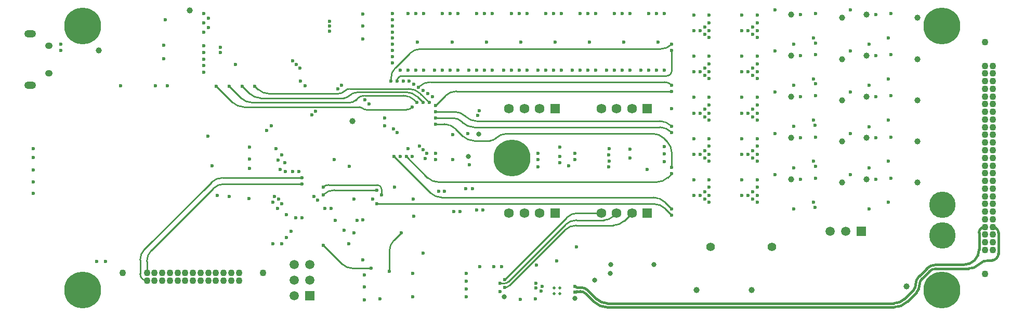
<source format=gbr>
%TF.GenerationSoftware,Altium Limited,Altium Designer,22.4.2 (48)*%
G04 Layer_Physical_Order=5*
G04 Layer_Color=16737945*
%FSLAX45Y45*%
%MOMM*%
%TF.SameCoordinates,1579B7B8-C0FA-446B-BA7A-E71437B095E0*%
%TF.FilePolarity,Positive*%
%TF.FileFunction,Copper,L5,Inr,Signal*%
%TF.Part,Single*%
G01*
G75*
%TA.AperFunction,Conductor*%
%ADD10C,0.25400*%
%ADD14C,0.38100*%
%TA.AperFunction,ComponentPad*%
%ADD74C,1.59000*%
%ADD75R,1.59000X1.59000*%
%ADD76C,1.10000*%
%ADD77C,4.30000*%
%ADD78C,1.50000*%
%ADD79R,1.50000X1.50000*%
%ADD80O,1.25000X1.05000*%
%ADD81O,1.90000X1.20000*%
%ADD82R,1.50000X1.50000*%
%TA.AperFunction,ViaPad*%
%ADD83C,0.60000*%
%ADD84C,0.80000*%
%ADD85C,1.00000*%
%ADD86C,6.00000*%
%ADD87C,0.50000*%
%ADD88C,1.40000*%
D10*
X10065212Y2600001D02*
G03*
X9885607Y2525607I0J-254000D01*
G01*
X10492249Y2485000D02*
G03*
X10650578Y2550582I0J223912D01*
G01*
X10045210Y2485000D02*
G03*
X9865605Y2410605I0J-254000D01*
G01*
X8874648Y1455001D02*
G03*
X8935000Y1480000I0J85351D01*
G01*
X10644788Y2400000D02*
G03*
X10824393Y2474395I0J254000D01*
G01*
X10040211Y2400000D02*
G03*
X9860606Y2325605I0J-254000D01*
G01*
X8880002Y1390002D02*
G03*
X8956822Y1421821I0J108639D01*
G01*
X6105210Y2975000D02*
G03*
X5925605Y2900605I0J-254000D01*
G01*
X7074395Y2158056D02*
G03*
X7000000Y1978450I179605J-179605D01*
G01*
X4310210Y3075000D02*
G03*
X4130605Y3000605I0J-254000D01*
G01*
X3124396Y1994396D02*
G03*
X3050002Y1814791I179605J-179605D01*
G01*
X4280210Y3175000D02*
G03*
X4100605Y3100605I0J-254000D01*
G01*
X3014395Y2014395D02*
G03*
X2940000Y1834790I179605J-179605D01*
G01*
Y1610003D02*
G03*
X3050001Y1500001I110001J0D01*
G01*
X6225605Y1774395D02*
G03*
X6405210Y1700000I179605J179605D01*
G01*
X6600000Y4515000D02*
G03*
X6471967Y4461967I0J-181066D01*
G01*
X6353432Y4400000D02*
G03*
X6450000Y4440000I0J136568D01*
G01*
X4585605Y4474395D02*
G03*
X4765210Y4400000I179605J179605D01*
G01*
X7409395Y4440605D02*
G03*
X7229790Y4515000I-179605J-179605D01*
G01*
X6491924Y4570000D02*
G03*
X6335000Y4505000I0J-221924D01*
G01*
X6262574Y4475000D02*
G03*
X6335000Y4505000I0J102426D01*
G01*
X4720605Y4549395D02*
G03*
X4900210Y4475000I179605J179605D01*
G01*
X4860605Y4619395D02*
G03*
X5040210Y4545000I179605J179605D01*
G01*
X6160000D02*
G03*
X6279497Y4594498I0J168995D01*
G01*
X6352426Y4625000D02*
G03*
X6280000Y4595000I0J-102426D01*
G01*
X7454395Y4495605D02*
G03*
X7274790Y4570000I-179605J-179605D01*
G01*
X7499395Y4550605D02*
G03*
X7319790Y4625000I-179605J-179605D01*
G01*
X7278432Y4285000D02*
G03*
X7375000Y4325000I0J136568D01*
G01*
X6560000Y4310000D02*
G03*
X6620355Y4285000I60355J60355D01*
G01*
X6560000Y4310000D02*
G03*
X6511716Y4330000I-48284J-48284D01*
G01*
X4445605Y4404395D02*
G03*
X4625210Y4330000I179605J179605D01*
G01*
X11584395Y3925605D02*
G03*
X11404790Y4000000I-179605J-179605D01*
G01*
X6875000Y2985000D02*
G03*
X6800000Y3060000I-75000J0D01*
G01*
X6009498D02*
G03*
X5925000Y3025000I0J-119497D01*
G01*
X8915211Y3895000D02*
G03*
X8735605Y3820605I0J-254000D01*
G01*
X11469395D02*
G03*
X11289790Y3895000I-179605J-179605D01*
G01*
X8195605Y4074395D02*
G03*
X8375210Y4000000I179605J179605D01*
G01*
X11354789Y3105000D02*
G03*
X11534395Y3179395I0J254000D01*
G01*
X7670605Y2929395D02*
G03*
X7850211Y2855000I179605J179605D01*
G01*
X7620605Y3179395D02*
G03*
X7800210Y3105000I179605J179605D01*
G01*
X11489395Y2675605D02*
G03*
X11309789Y2750000I-179605J-179605D01*
G01*
X11484395Y2780605D02*
G03*
X11304790Y2855000I-179605J-179605D01*
G01*
X11600000Y3584790D02*
G03*
X11525605Y3764395I-254000J0D01*
G01*
X8638432Y3780000D02*
G03*
X8735000Y3820000I0J136568D01*
G01*
X8195605Y3854395D02*
G03*
X8375210Y3780000I179605J179605D01*
G01*
X8074395Y3975605D02*
G03*
X7894790Y4050000I-179605J-179605D01*
G01*
X8180000Y4090000D02*
G03*
X8035147Y4150000I-144853J-144853D01*
G01*
X8240605Y4174395D02*
G03*
X8420210Y4100000I179605J179605D01*
G01*
X11584395Y4025605D02*
G03*
X11404790Y4100000I-179605J-179605D01*
G01*
X8235000Y4180000D02*
G03*
X8066005Y4250000I-168995J-168995D01*
G01*
X8090210Y4585000D02*
G03*
X7910605Y4510605I0J-254000D01*
G01*
X11600000Y4685000D02*
G03*
X11479289Y4735000I-120710J-120710D01*
G01*
X7665210D02*
G03*
X7485605Y4660605I0J-254000D01*
G01*
X11515000Y4835000D02*
G03*
X11600000Y4920000I0J85000D01*
G01*
X7210000Y4835000D02*
G03*
X7125000Y4750000I0J-85000D01*
G01*
X7099395Y4969395D02*
G03*
X7025000Y4789790I179605J-179605D01*
G01*
X7510210Y5275000D02*
G03*
X7330605Y5200605I0J-254000D01*
G01*
X11419790Y5275000D02*
G03*
X11599395Y5349395I0J254000D01*
G01*
X10824393Y2474395D02*
X10949999Y2600001D01*
X10065212D02*
X10450000D01*
X8880002Y1520002D02*
X9885607Y2525607D01*
X10045210Y2485000D02*
X10492249D01*
X8935000Y1480000D02*
X9865605Y2410605D01*
X8800002Y1455001D02*
X8874648D01*
X10040211Y2400000D02*
X10644788D01*
X8956822Y1421821D02*
X9860606Y2325605D01*
X5925000Y2900000D02*
X5925605Y2900605D01*
X7074395Y2158056D02*
X7195000Y2278661D01*
X4310210Y3075000D02*
X5575000D01*
X3124396Y1994396D02*
X4130605Y3000605D01*
X3050002Y1625000D02*
Y1814791D01*
X3014395Y2014395D02*
X4100605Y3100605D01*
X4280210Y3175000D02*
X5575000D01*
X3050001Y1500000D02*
Y1500001D01*
X2940000Y1610003D02*
Y1834790D01*
X7000000Y1650000D02*
Y1978450D01*
X6405210Y1700000D02*
X6700000D01*
X5922791Y2077209D02*
X6225605Y1774395D01*
X6600000Y4515000D02*
X7229790D01*
X4765210Y4400000D02*
X6353432D01*
X6450000Y4440000D02*
X6471967Y4461967D01*
X4625210Y4330000D02*
X6511716D01*
X7409395Y4440605D02*
X7450000Y4400000D01*
X6491924Y4570000D02*
X7274790D01*
X4900210Y4475000D02*
X6262574D01*
X4600000Y4670000D02*
X4720605Y4549395D01*
X6352426Y4625000D02*
X7319790D01*
X4390000Y4670000D02*
X4585605Y4474395D01*
X4810000Y4670000D02*
X4860605Y4619395D01*
X5040210Y4545000D02*
X6160000D01*
X6279497Y4594498D02*
X6280000Y4595000D01*
X7454395Y4495605D02*
X7550000Y4400000D01*
X7499395Y4550605D02*
X7650000Y4400000D01*
X6620355Y4285000D02*
X7278432D01*
X4180000Y4670000D02*
X4445605Y4404395D01*
X11584395Y3925605D02*
X11595000Y3915000D01*
X6875000Y2900000D02*
Y2985000D01*
X6009498Y3060000D02*
X6800000D01*
X6105210Y2975000D02*
X6800000D01*
X8915211Y3895000D02*
X11289790D01*
X8375210Y4000000D02*
X11404790D01*
X7800210Y3105000D02*
X11354789D01*
X7750000Y4150000D02*
X8035147D01*
X7750000Y4050000D02*
X7894790D01*
X7750000Y4250000D02*
X8066005D01*
X7075000Y3525000D02*
X7670605Y2929395D01*
X7275000Y3525000D02*
X7620605Y3179395D01*
X11534395D02*
X11600000Y3245000D01*
X7850211Y2855000D02*
X11304790D01*
X11489395Y2675605D02*
X11595000Y2570000D01*
X6800000Y2750000D02*
X11309789D01*
X11484395Y2780605D02*
X11595000Y2670000D01*
X11600000Y3345000D02*
Y3584790D01*
X11469395Y3820605D02*
X11525605Y3764395D01*
X8735000Y3820000D02*
X8735605Y3820605D01*
X8375210Y3780000D02*
X8638432D01*
X8074395Y3975605D02*
X8195605Y3854395D01*
X8180000Y4090000D02*
X8195605Y4074395D01*
X8235000Y4180000D02*
X8240605Y4174395D01*
X11584395Y4025605D02*
X11595000Y4015000D01*
X8420210Y4100000D02*
X11404790D01*
X7210000Y4835000D02*
X11515000D01*
X7665210Y4735000D02*
X11479289D01*
X8090210Y4585000D02*
X11600000D01*
X7750000Y4350000D02*
X7910605Y4510605D01*
X7475000Y4650000D02*
X7485605Y4660605D01*
X7025000Y4750000D02*
Y4789790D01*
X11600000Y4920000D02*
Y5250000D01*
X7099395Y4969395D02*
X7330605Y5200605D01*
X7565000Y5275000D02*
X11419790Y5275000D01*
X7510210Y5275000D02*
X7565000D01*
X11599395Y5349395D02*
X11600000Y5350000D01*
X10650578Y2550582D02*
X10699997Y2600001D01*
D14*
X16356528Y1758500D02*
G03*
X16605000Y2006972I0J248472D01*
G01*
X15903500Y1758500D02*
G03*
X15750198Y1695000I0J-216801D01*
G01*
X15214041Y1129250D02*
G03*
X15393646Y1203645I0J254000D01*
G01*
X16700000Y2375000D02*
G03*
X16605000Y2280000I0J-95000D01*
G01*
X15537206Y1347204D02*
G03*
X15571500Y1430000I-82796J82796D01*
G01*
X15632524Y1577327D02*
G03*
X15571500Y1430000I147327J-147326D01*
G01*
X10035118Y1400811D02*
G03*
X10025002Y1405002I-10116J-10116D01*
G01*
X10038803Y1397126D02*
G03*
X10057815Y1389251I19012J19012D01*
G01*
X10237190Y1339489D02*
G03*
X10117053Y1389251I-120137J-120137D01*
G01*
X10373035Y1203645D02*
G03*
X10552640Y1129250I179605J179605D01*
G01*
X16429790Y1695000D02*
G03*
X16609395Y1769395I0J254000D01*
G01*
X10025002Y1310001D02*
G03*
X10035118Y1314192I0J14307D01*
G01*
X15903500Y1695000D02*
G03*
X15795099Y1650099I0J-153301D01*
G01*
X16755708Y1830000D02*
G03*
X16609395Y1769395I0J-206919D01*
G01*
X15582106Y1302303D02*
G03*
X15635001Y1430000I-127697J127697D01*
G01*
X15214040Y1065750D02*
G03*
X15438547Y1158744I0J317500D01*
G01*
X16810001Y1830000D02*
G03*
X16920000Y1940000I0J110000D01*
G01*
Y2280000D02*
G03*
X16825000Y2375000I-95000J0D01*
G01*
X10328134Y1158744D02*
G03*
X10552640Y1065750I224506J224506D01*
G01*
X10057815Y1325751D02*
G03*
X10038803Y1317876I0J-26887D01*
G01*
X10201589Y1285288D02*
G03*
X10103902Y1325751I-97687J-97687D01*
G01*
X15677426Y1532425D02*
G03*
X15635001Y1430000I102425J-102425D01*
G01*
X15632524Y1577327D02*
X15632526Y1577327D01*
X15750198Y1695000D01*
X16605000Y2006972D02*
Y2280000D01*
X15393646Y1203645D02*
X15537206Y1347204D01*
X15903500Y1758500D02*
X16356528D01*
X10552640Y1129250D02*
X15214041D01*
X10237190Y1339489D02*
X10373035Y1203645D01*
X10025002Y1405002D02*
X10029788D01*
X10035119Y1400811D02*
X10038803Y1397126D01*
X10057815Y1389251D02*
X10117053D01*
X15438547Y1158744D02*
X15582106Y1302303D01*
X10552640Y1065750D02*
X15214040D01*
X10057815Y1325751D02*
X10103902D01*
X15903500Y1695000D02*
X16429790D01*
X10035119Y1314192D02*
X10038803Y1317876D01*
X16755708Y1830000D02*
X16810001D01*
X10201589Y1285288D02*
X10328133Y1158744D01*
X16920000Y1940000D02*
Y2280000D01*
X15677426Y1532426D02*
X15795099Y1650099D01*
D74*
X8949998Y4299999D02*
D03*
X9200000D02*
D03*
X9450002D02*
D03*
X10949999Y2600001D02*
D03*
X10699997D02*
D03*
X10450000D02*
D03*
X10950002Y4300002D02*
D03*
X10700000D02*
D03*
X10449998D02*
D03*
X8949998Y2599999D02*
D03*
X9200000D02*
D03*
X9450002D02*
D03*
D75*
X9699999Y4299999D02*
D03*
X11200001Y2600001D02*
D03*
X11199999Y4300001D02*
D03*
X9699999Y2599999D02*
D03*
D76*
X2660000Y1625000D02*
D03*
X4940001Y1625000D02*
D03*
X3050001Y1500001D02*
D03*
X3175000D02*
D03*
X3299998D02*
D03*
X3425002D02*
D03*
X3550001D02*
D03*
X3674999D02*
D03*
X3800003D02*
D03*
X3925001D02*
D03*
X4050000D02*
D03*
X4174998D02*
D03*
X4300002D02*
D03*
X4425000D02*
D03*
X4549998D02*
D03*
X3050002Y1625000D02*
D03*
X3175000D02*
D03*
X3299998D02*
D03*
X3425002D02*
D03*
X3550000D02*
D03*
X3674999D02*
D03*
X3800003D02*
D03*
X3925001D02*
D03*
X4050000D02*
D03*
X4174998D02*
D03*
X4300002D02*
D03*
X4425000D02*
D03*
X4549999D02*
D03*
X16700000Y2500000D02*
D03*
X16825000Y2375000D02*
D03*
Y2500000D02*
D03*
X16700000Y2250000D02*
D03*
X16825000D02*
D03*
X16700000Y2125000D02*
D03*
X16825000D02*
D03*
X16700000Y2375000D02*
D03*
Y2000000D02*
D03*
X16825000D02*
D03*
X16700000Y1610000D02*
D03*
Y5390000D02*
D03*
X16825000Y2625000D02*
D03*
Y2750000D02*
D03*
Y2875000D02*
D03*
Y3000000D02*
D03*
Y3125000D02*
D03*
Y3250000D02*
D03*
Y3375000D02*
D03*
Y3500000D02*
D03*
Y3625000D02*
D03*
Y3750000D02*
D03*
Y3875000D02*
D03*
Y4000000D02*
D03*
Y4125000D02*
D03*
Y4250000D02*
D03*
Y4375000D02*
D03*
Y4500000D02*
D03*
Y4625000D02*
D03*
Y4750000D02*
D03*
Y4875000D02*
D03*
Y5000000D02*
D03*
X16700000Y2625000D02*
D03*
Y2750000D02*
D03*
Y2875000D02*
D03*
Y3000000D02*
D03*
Y3125000D02*
D03*
Y3250000D02*
D03*
Y3375000D02*
D03*
Y3500000D02*
D03*
Y3625000D02*
D03*
Y3750000D02*
D03*
Y3875000D02*
D03*
Y4000000D02*
D03*
Y4125000D02*
D03*
Y4250000D02*
D03*
Y4375000D02*
D03*
Y4500000D02*
D03*
Y4625000D02*
D03*
Y4750000D02*
D03*
Y4875000D02*
D03*
Y5000000D02*
D03*
D77*
X16005000Y2740000D02*
D03*
X16005000Y2239996D02*
D03*
D78*
X14175999Y2305000D02*
D03*
X14430000D02*
D03*
X5451000Y1251000D02*
D03*
X5705000Y1505000D02*
D03*
X5451000D02*
D03*
X5705000Y1759000D02*
D03*
X5451000D02*
D03*
D79*
X14684000Y2305000D02*
D03*
D80*
X1450000Y5322500D02*
D03*
Y4877497D02*
D03*
D81*
X1150001Y4682502D02*
D03*
X1150001Y5517501D02*
D03*
D82*
X5705000Y1251000D02*
D03*
D83*
X4050000Y5775000D02*
D03*
X3975000Y5700000D02*
D03*
X4050000Y5625000D02*
D03*
X7300000Y3650000D02*
D03*
X6050000Y2675000D02*
D03*
X9920000Y3370000D02*
D03*
X11475000Y3687501D02*
D03*
Y3562498D02*
D03*
Y3437499D02*
D03*
X10580000Y3450000D02*
D03*
X10920000Y3500000D02*
D03*
Y3640000D02*
D03*
X10020000Y3570000D02*
D03*
Y3470000D02*
D03*
X3350000Y5750000D02*
D03*
X9425000Y3350000D02*
D03*
X8150000Y2625000D02*
D03*
X8050000D02*
D03*
X5950000Y2675000D02*
D03*
X2235000Y1815000D02*
D03*
X2375000D02*
D03*
X5925000Y2900000D02*
D03*
X10050000Y2050000D02*
D03*
X7550000Y1950000D02*
D03*
X7195000Y2278661D02*
D03*
X6925000Y4025000D02*
D03*
Y4150000D02*
D03*
X5575000Y3075000D02*
D03*
Y3175000D02*
D03*
X7000000Y1650000D02*
D03*
X6700000Y1700000D02*
D03*
X6850000Y1200000D02*
D03*
X5922791Y2077209D02*
D03*
X7375000Y4325000D02*
D03*
X7450000Y4400000D02*
D03*
X7550000D02*
D03*
X7650000D02*
D03*
X4495000Y5025000D02*
D03*
X4180000Y4670000D02*
D03*
X4390000D02*
D03*
X4600000D02*
D03*
X4810000D02*
D03*
X11595000Y3915000D02*
D03*
X12209999Y5570000D02*
D03*
X5925000Y3025000D02*
D03*
X4715000Y2840000D02*
D03*
X4390000Y2875000D02*
D03*
X4200000Y2890000D02*
D03*
X4110000Y3370000D02*
D03*
X4045000Y3850000D02*
D03*
X5125000Y2875000D02*
D03*
X5220000Y3315000D02*
D03*
X5000000Y3950000D02*
D03*
X5075000Y4025000D02*
D03*
X5300000Y3425000D02*
D03*
X5190000Y3465000D02*
D03*
X5525000Y3275000D02*
D03*
X5425000D02*
D03*
X6800000Y2975000D02*
D03*
X6875000Y2900000D02*
D03*
X7390000Y2830000D02*
D03*
X7085000Y3020000D02*
D03*
X5625000Y4675000D02*
D03*
X5550000Y4750000D02*
D03*
X6265000Y2320000D02*
D03*
X11600000Y4300001D02*
D03*
X8245000Y3000000D02*
D03*
X8350000D02*
D03*
X7400000Y2550000D02*
D03*
X8425000Y2650000D02*
D03*
X8525000D02*
D03*
X6570000Y2487300D02*
D03*
X6475000Y2485000D02*
D03*
X6420000Y2275000D02*
D03*
X6118446Y2485000D02*
D03*
X5575000Y2525000D02*
D03*
X5475000D02*
D03*
X7750000Y4150000D02*
D03*
Y4050000D02*
D03*
Y4250000D02*
D03*
X7900000Y2955000D02*
D03*
X7800000D02*
D03*
X12839998Y2890000D02*
D03*
X11600000Y3245000D02*
D03*
X7175000Y3525000D02*
D03*
X7075000D02*
D03*
X7275000D02*
D03*
X7375000D02*
D03*
X8475000Y1725000D02*
D03*
X8825000D02*
D03*
X8700000D02*
D03*
X8880002Y1520002D02*
D03*
X15170000Y3170000D02*
D03*
X7992997Y4930001D02*
D03*
X7865997D02*
D03*
X8119997D02*
D03*
X7475000Y4650000D02*
D03*
X7225000Y4750000D02*
D03*
X7125000D02*
D03*
X7178998Y4930001D02*
D03*
X11960059Y5154931D02*
D03*
X12209999Y5155000D02*
D03*
X11959999Y5825000D02*
D03*
X12209999D02*
D03*
Y5700000D02*
D03*
X6800000Y2750000D02*
D03*
X7750000Y3575000D02*
D03*
Y3475000D02*
D03*
X12209999Y3145000D02*
D03*
Y3020000D02*
D03*
X7700000Y4500000D02*
D03*
X7625000Y4550000D02*
D03*
X7550000Y4600000D02*
D03*
X7400000Y4700000D02*
D03*
X7325000Y4750000D02*
D03*
X7750000Y4350000D02*
D03*
X7025000Y4750000D02*
D03*
X7050000Y5050000D02*
D03*
X9395000Y1755000D02*
D03*
X7050000Y5150000D02*
D03*
X7460000Y5385000D02*
D03*
X9140000D02*
D03*
X7050000Y5250000D02*
D03*
X11600000Y4585000D02*
D03*
X7050000Y5350000D02*
D03*
Y5450000D02*
D03*
X11098997Y4930001D02*
D03*
X7050000Y5550000D02*
D03*
Y5650000D02*
D03*
Y5750000D02*
D03*
X1200000Y3510000D02*
D03*
X7559998Y5854998D02*
D03*
X7305998D02*
D03*
X8030000Y3880000D02*
D03*
X8035000Y3470000D02*
D03*
X8985997Y5854998D02*
D03*
X7050000Y5850000D02*
D03*
X12989998Y5570000D02*
D03*
X12989999Y5460000D02*
D03*
X12739998Y5825000D02*
D03*
X11600000Y3345000D02*
D03*
X12989998Y3145000D02*
D03*
X6025000Y5565000D02*
D03*
Y5645000D02*
D03*
Y5725000D02*
D03*
X5545000Y4960000D02*
D03*
X5485000Y5020000D02*
D03*
X5425000Y5080000D02*
D03*
X7865997Y5854998D02*
D03*
X11225997D02*
D03*
X7992997D02*
D03*
X11352997D02*
D03*
Y4930001D02*
D03*
X9545997Y5854998D02*
D03*
X10919997D02*
D03*
X10105997D02*
D03*
X10665997D02*
D03*
X11595000Y2570000D02*
D03*
Y2670000D02*
D03*
Y4015000D02*
D03*
X11600000Y4685000D02*
D03*
X13935001Y2690000D02*
D03*
X13939999Y3365000D02*
D03*
X13935001Y4035000D02*
D03*
X13939999Y4705000D02*
D03*
X11600000Y5250000D02*
D03*
Y5350000D02*
D03*
X14510001Y5240000D02*
D03*
X13939999Y5370000D02*
D03*
X7124491Y3913275D02*
D03*
X7610000Y3570000D02*
D03*
X7550000Y3630000D02*
D03*
X7580000Y3490000D02*
D03*
X8460000Y4270000D02*
D03*
X7490000Y3690000D02*
D03*
X8440000Y4190000D02*
D03*
X5400000Y2300000D02*
D03*
X10575000Y3350000D02*
D03*
Y3550000D02*
D03*
X10580000Y3650000D02*
D03*
X9780000Y3675000D02*
D03*
X9425000Y3575000D02*
D03*
X9775000Y3525000D02*
D03*
X9425000Y3475000D02*
D03*
X9775000Y3425000D02*
D03*
X10025002Y1310001D02*
D03*
Y1405002D02*
D03*
X8255000Y1621491D02*
D03*
Y1494491D02*
D03*
X9135002Y1199050D02*
D03*
X8800002Y1325001D02*
D03*
Y1455001D02*
D03*
X8255000Y1240491D02*
D03*
Y1367491D02*
D03*
X9380002Y1205001D02*
D03*
X1650000Y5250000D02*
D03*
X3975000Y5215000D02*
D03*
X4250000Y5220000D02*
D03*
Y5305000D02*
D03*
X6725000Y2825000D02*
D03*
X8300000Y3390000D02*
D03*
X8274998Y3900000D02*
D03*
X3325000Y5111249D02*
D03*
Y5331249D02*
D03*
X3975000Y4896248D02*
D03*
Y5105000D02*
D03*
Y5330000D02*
D03*
Y5550000D02*
D03*
Y5001252D02*
D03*
Y5850000D02*
D03*
X5305000Y3280000D02*
D03*
X5325000Y2575000D02*
D03*
Y2200000D02*
D03*
X5250000Y2100000D02*
D03*
X5100000D02*
D03*
X5250000Y2750000D02*
D03*
X5200000Y2825000D02*
D03*
X5175000Y2675000D02*
D03*
X5100000Y2775000D02*
D03*
X6425000Y2825000D02*
D03*
X4725000Y3325000D02*
D03*
Y3480000D02*
D03*
Y3675000D02*
D03*
X3379998Y4675000D02*
D03*
X3190000D02*
D03*
X2620000D02*
D03*
X1200000Y3650000D02*
D03*
Y3300000D02*
D03*
Y3110000D02*
D03*
Y2925000D02*
D03*
X6600000Y4450000D02*
D03*
X6345000Y3360000D02*
D03*
X6100000Y3475000D02*
D03*
X5250000Y3550000D02*
D03*
X5155000Y3650000D02*
D03*
X6160000Y4620000D02*
D03*
X5740000Y4200000D02*
D03*
X6669950Y4380000D02*
D03*
X5830000Y2810000D02*
D03*
X5770000Y2870000D02*
D03*
X5800000Y4260000D02*
D03*
X6220000Y4680000D02*
D03*
X7065000Y3975000D02*
D03*
X14924805Y5835195D02*
D03*
X12989998Y5700000D02*
D03*
X15170000Y5850000D02*
D03*
X15130000Y5455000D02*
D03*
X12989998Y5825000D02*
D03*
X14510001Y5910000D02*
D03*
X14814999Y5350000D02*
D03*
X13700000Y5835000D02*
D03*
X13945000Y5850000D02*
D03*
X12210000Y5460000D02*
D03*
X13905000Y5455000D02*
D03*
X13285001Y5910000D02*
D03*
X13590096Y5350394D02*
D03*
X14925000Y5165000D02*
D03*
X12989998Y5030000D02*
D03*
X15170000Y5180000D02*
D03*
X12989999Y4790000D02*
D03*
X15130000Y4785000D02*
D03*
X12989998Y5155000D02*
D03*
Y4900000D02*
D03*
X14814999Y4680000D02*
D03*
X13700000Y5165000D02*
D03*
X12209999Y5030000D02*
D03*
X13945000Y5180000D02*
D03*
X12210000Y4790000D02*
D03*
X13905000Y4785000D02*
D03*
X13285001Y5240000D02*
D03*
X12209999Y4900000D02*
D03*
X13590096Y4680394D02*
D03*
X14925000Y4495000D02*
D03*
X12989998Y4360000D02*
D03*
X15170000Y4510000D02*
D03*
X12989999Y4120000D02*
D03*
X15130000Y4115000D02*
D03*
X12989998Y4485000D02*
D03*
X14510001Y4570000D02*
D03*
X12989998Y4230000D02*
D03*
X14814999Y4010000D02*
D03*
X13700000Y4495000D02*
D03*
X12209999Y4360000D02*
D03*
X13945000Y4510000D02*
D03*
X12210000Y4120000D02*
D03*
X13905000Y4115000D02*
D03*
X12209999Y4485000D02*
D03*
X13285001Y4570000D02*
D03*
X12209999Y4230000D02*
D03*
X13590096Y4010394D02*
D03*
X14925000Y3825000D02*
D03*
X12989998Y3690000D02*
D03*
X15170000Y3840000D02*
D03*
X12989999Y3450000D02*
D03*
X15130000Y3445000D02*
D03*
X12989998Y3815000D02*
D03*
X14510001Y3900000D02*
D03*
X12989998Y3560000D02*
D03*
X14814999Y3340000D02*
D03*
X13700000Y3825000D02*
D03*
X12209999Y3690000D02*
D03*
X13945000Y3840000D02*
D03*
X12210000Y3450000D02*
D03*
X13905000Y3445000D02*
D03*
X12209999Y3815000D02*
D03*
X13285001Y3900000D02*
D03*
X12209999Y3560000D02*
D03*
X13589999Y3340000D02*
D03*
X6590000Y1395000D02*
D03*
X6590000Y1190000D02*
D03*
X6590000Y1595000D02*
D03*
X6565000Y5844999D02*
D03*
Y5645000D02*
D03*
Y5440000D02*
D03*
X7380000Y1621491D02*
D03*
Y1240491D02*
D03*
X6565000Y1835001D02*
D03*
X6340000Y2100000D02*
D03*
X9727502Y1822502D02*
D03*
X8880002Y1390002D02*
D03*
X9470002Y1330001D02*
D03*
X9385002Y1380001D02*
D03*
X9485002Y1410001D02*
D03*
X9385002Y1460001D02*
D03*
X11479997Y4930001D02*
D03*
X8858997D02*
D03*
X8985997D02*
D03*
X8425997D02*
D03*
X8552997D02*
D03*
X8679997D02*
D03*
X10538997D02*
D03*
X9112997Y5854998D02*
D03*
X10232997D02*
D03*
X10359997D02*
D03*
X8679997D02*
D03*
X11225997Y4930001D02*
D03*
X11479997Y5854998D02*
D03*
X11379999Y5385000D02*
D03*
X10665997Y4930001D02*
D03*
X10919997D02*
D03*
X10792997Y5854998D02*
D03*
X10819999Y5385000D02*
D03*
X10792997Y4930001D02*
D03*
X10105997D02*
D03*
X10359997D02*
D03*
X9978997D02*
D03*
X10260000Y5385000D02*
D03*
X10232997Y4930001D02*
D03*
X9545997D02*
D03*
X9799997D02*
D03*
X9672997Y5854998D02*
D03*
X9799997D02*
D03*
X9418997Y4930001D02*
D03*
X9700000Y5385000D02*
D03*
X9672997Y4930001D02*
D03*
X9239997D02*
D03*
Y5854998D02*
D03*
X9112997Y4930001D02*
D03*
X8552997Y5854998D02*
D03*
X8298997Y4930001D02*
D03*
X8580000Y5385000D02*
D03*
X8425997Y5854998D02*
D03*
X8119997D02*
D03*
X7738997Y4930001D02*
D03*
X8020000Y5385000D02*
D03*
X11200001Y3312501D02*
D03*
X7432998Y5854998D02*
D03*
X1650000Y5350000D02*
D03*
X14925000Y3155000D02*
D03*
X7432998Y4930001D02*
D03*
X7559998D02*
D03*
X7305998D02*
D03*
X13589925Y2670135D02*
D03*
X12739998Y3145000D02*
D03*
X12059999Y2890000D02*
D03*
X12209999D02*
D03*
X12210000Y2780000D02*
D03*
X11959999Y2890000D02*
D03*
X12135000Y2830000D02*
D03*
X11959999Y3145000D02*
D03*
X12134999Y2950000D02*
D03*
X12989998Y3020000D02*
D03*
Y2890000D02*
D03*
X12989999Y2780000D02*
D03*
X12739998Y2890000D02*
D03*
X12914999Y2830000D02*
D03*
X12914998Y2950000D02*
D03*
X12059999Y3560000D02*
D03*
X11959999D02*
D03*
X12135000Y3500000D02*
D03*
X11959999Y3815000D02*
D03*
X12134999Y3620000D02*
D03*
X12839998Y3560000D02*
D03*
X12739998D02*
D03*
X12914999Y3500000D02*
D03*
X12739998Y3815000D02*
D03*
X12914998Y3620000D02*
D03*
X12059999Y4230000D02*
D03*
X11959999D02*
D03*
X12135000Y4170000D02*
D03*
X11959999Y4485000D02*
D03*
X12134999Y4290000D02*
D03*
X12839998Y4230000D02*
D03*
X12739998D02*
D03*
X12914999Y4170000D02*
D03*
X12739998Y4485000D02*
D03*
X12914998Y4290000D02*
D03*
X12059999Y4900000D02*
D03*
X11959999D02*
D03*
X12135000Y4840000D02*
D03*
X12134999Y4960000D02*
D03*
X12839998Y4900000D02*
D03*
X12739998D02*
D03*
X12914999Y4840000D02*
D03*
X12739998Y5155000D02*
D03*
X12914998Y4960000D02*
D03*
X12059999Y5570000D02*
D03*
X11959999D02*
D03*
X12135000Y5510000D02*
D03*
X12134999Y5630000D02*
D03*
X12914999Y5510000D02*
D03*
X12914998Y5630000D02*
D03*
X12839998Y5570000D02*
D03*
X12739998D02*
D03*
X13285001Y3230000D02*
D03*
X13905000Y2775000D02*
D03*
X13945000Y3170000D02*
D03*
X13700000Y3155000D02*
D03*
X14814999Y2670000D02*
D03*
X14510001Y3230000D02*
D03*
X15130000Y2775000D02*
D03*
D84*
X10345000Y1510000D02*
D03*
X8455000Y3890000D02*
D03*
X10610000Y1765000D02*
D03*
X10600000Y1615000D02*
D03*
X11310000Y1760000D02*
D03*
X10025002Y1210001D02*
D03*
X8870002Y1235001D02*
D03*
X8290403Y3525002D02*
D03*
D85*
X6395000Y4100000D02*
D03*
X12900000Y1349999D02*
D03*
X11999999Y1350000D02*
D03*
X15420000Y1410000D02*
D03*
X14770000Y5835000D02*
D03*
X15600000Y5780000D02*
D03*
X13545000Y5835000D02*
D03*
X14375000Y5780000D02*
D03*
X14770000Y5165000D02*
D03*
X15600000Y5110000D02*
D03*
X13545000Y5165000D02*
D03*
X14375000Y5110000D02*
D03*
X14770000Y4495000D02*
D03*
X15600000Y4440000D02*
D03*
X13545000Y4495000D02*
D03*
X14375000Y4440000D02*
D03*
X14770000Y3825000D02*
D03*
X15600000Y3770000D02*
D03*
X13545000Y3825000D02*
D03*
X14375000Y3770000D02*
D03*
X3750000Y5900000D02*
D03*
X2265000Y5250000D02*
D03*
X13544904Y3154606D02*
D03*
X14375000Y3100000D02*
D03*
X15600000D02*
D03*
X14770000Y3155000D02*
D03*
D86*
X16000000Y5650000D02*
D03*
X9000000Y3500000D02*
D03*
X16000000Y1350000D02*
D03*
X2000000Y5650000D02*
D03*
Y1350000D02*
D03*
D87*
X9780002Y1285001D02*
D03*
X9680002D02*
D03*
X9780002Y1385001D02*
D03*
X9680002D02*
D03*
D88*
X13230000Y2050000D02*
D03*
X12230000D02*
D03*
%TF.MD5,09bd7141bb2841acc6f914f1958c6b8c*%
M02*

</source>
